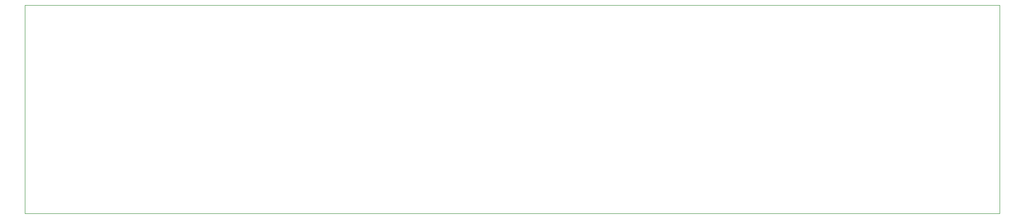
<source format=gbr>
%TF.GenerationSoftware,KiCad,Pcbnew,(6.0.9)*%
%TF.CreationDate,2023-05-17T22:42:26-04:00*%
%TF.ProjectId,HeadOnN_Condensor_Board,48656164-4f6e-44e5-9f43-6f6e64656e73,rev?*%
%TF.SameCoordinates,Original*%
%TF.FileFunction,Profile,NP*%
%FSLAX46Y46*%
G04 Gerber Fmt 4.6, Leading zero omitted, Abs format (unit mm)*
G04 Created by KiCad (PCBNEW (6.0.9)) date 2023-05-17 22:42:26*
%MOMM*%
%LPD*%
G01*
G04 APERTURE LIST*
%TA.AperFunction,Profile*%
%ADD10C,0.100000*%
%TD*%
G04 APERTURE END LIST*
D10*
X194300000Y-53200000D02*
X18350000Y-53200000D01*
X18350000Y-53200000D02*
X18350000Y-15450000D01*
X18350000Y-15450000D02*
X194300000Y-15450000D01*
X194300000Y-15450000D02*
X194300000Y-53200000D01*
M02*

</source>
